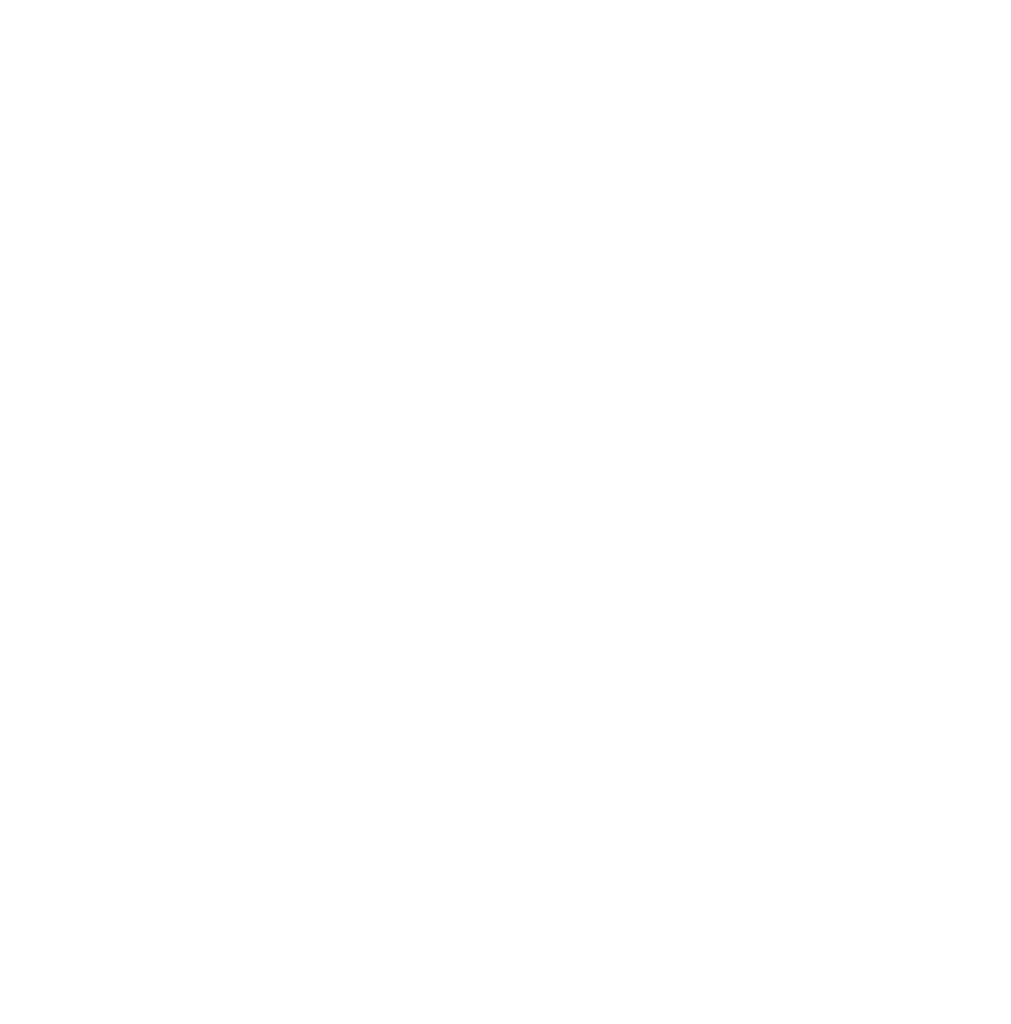
<source format=kicad_pcb>
(kicad_pcb (version 4) (generator "gerbview") (generator_version "8.0")
  (layers (0 F.Cu signal) (31 B.Cu signal) (34 B.Paste user) (35 F.Paste user) (36 B.SilkS user) (37 F.SilkS user) (38 B.Mask user) (39 F.Mask user) (44 Edge.Cuts user))
)
</source>
